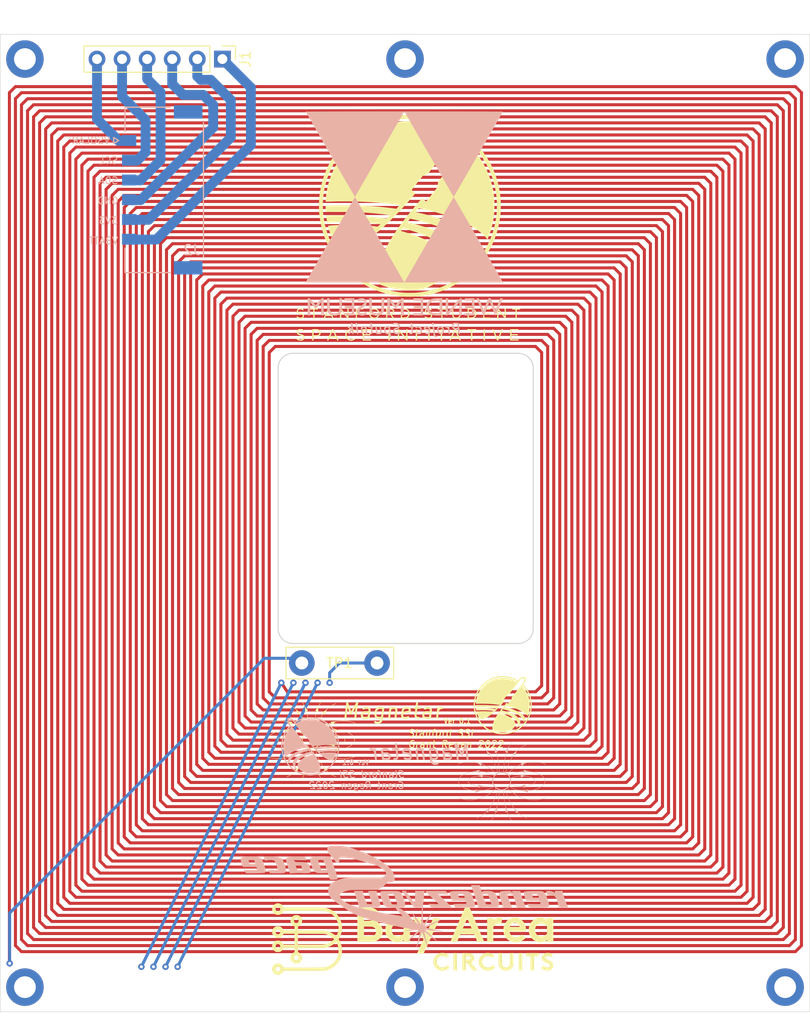
<source format=kicad_pcb>
(kicad_pcb (version 20211014) (generator pcbnew)
  (layers (0 "F.Cu" signal) (1 "In1.Cu" signal) (2 "In2.Cu" signal) (3 "In3.Cu" signal) (4 "In4.Cu" signal) (31 "B.Cu" signal) (34 "B.Paste" user) (35 "F.Paste" user) (36 "B.SilkS" user "B.Silkscreen") (37 "F.SilkS" user "F.Silkscreen") (38 "B.Mask" user) (39 "F.Mask" user) (44 "Edge.Cuts" user))
  (net 0 "")
  (net 7 "Net-(J1-Pad1)")
  (net 8 "Net-(J1-Pad2)")
  (net 9 "Net-(J1-Pad3)")
  (net 10 "Net-(J1-Pad4)")
  (net 11 "Net-(J1-Pad5)")
  (net 12 "Net-(J1-Pad6)")
  (net 15 "Coil_OUT")
  (footprint "MountingHole:MountingHole_2.2mm_M2_DIN965_Pad_TopBottom" (layer "F.Cu") (at 111.942 49.921999)
    (fp_text reference "H1" hide)
    (fp_text value "~")
    (pad "1" thru_hole circle (at 0 0) (size 2.6 2.6) (drill 2.2) (layers *.Cu *.Mask))
    (pad "1" connect circle (at 0 0) (size 3.8 3.8) (layers "F.Cu" "F.Mask"))
    (pad "1" connect circle (at 0 0) (size 3.8 3.8) (layers "B.Cu" "B.Mask"))
  )
  (footprint "panels:logo_magnet_1" (layer "F.Cu") (at 140.95 118.87)
    (fp_text reference "REF**" hide)
    (fp_text value "logo_magnet_1" hide)
  )
  (footprint "Connector_PinHeader_2.54mm:PinHeader_1x06_P2.54mm_Vertical" (layer "F.Cu") (at 131.942 49.921999 -90)
    (fp_text reference "J1" (at 0 -2.33 90) (layer "F.SilkS"))
    (fp_text value "Through_Hole_1")
    (pad "1" thru_hole rect (at 0 0 270) (size 1.7 1.7) (drill 1) (layers *.Cu *.Mask) (net 7 "Net-(J1-Pad1)"))
    (pad "2" thru_hole oval (at 0 2.54 270) (size 1.7 1.7) (drill 1) (layers *.Cu *.Mask) (net 8 "Net-(J1-Pad2)"))
    (pad "3" thru_hole oval (at 0 5.08 270) (size 1.7 1.7) (drill 1) (layers *.Cu *.Mask) (net 9 "Net-(J1-Pad3)"))
    (pad "4" thru_hole oval (at 0 7.62 270) (size 1.7 1.7) (drill 1) (layers *.Cu *.Mask) (net 10 "Net-(J1-Pad4)"))
    (pad "5" thru_hole oval (at 0 10.16 270) (size 1.7 1.7) (drill 1) (layers *.Cu *.Mask) (net 11 "Net-(J1-Pad5)"))
    (pad "6" thru_hole oval (at 0 12.7 270) (size 1.7 1.7) (drill 1) (layers *.Cu *.Mask) (net 12 "Net-(J1-Pad6)"))
  )
  (footprint "panels:logo_SSI" (layer "F.Cu") (at 151.15 65.47)
    (fp_text reference "REF**" hide)
    (fp_text value "logo_SSI" hide)
  )
  (footprint "panels:BAC_logo" (layer "F.Cu") (at 151.45 138.64)
    (fp_text reference "REF**" hide)
    (fp_text value "BAC_logo" hide)
  )
  (footprint "MountingHole:MountingHole_2.2mm_M2_DIN965_Pad_TopBottom" (layer "F.Cu") (at 150.442 143.921999)
    (fp_text reference "H5" hide)
    (fp_text value "~")
    (pad "1" thru_hole circle (at 0 0) (size 2.6 2.6) (drill 2.2) (layers *.Cu *.Mask))
    (pad "1" connect circle (at 0 0) (size 3.8 3.8) (layers "B.Cu" "B.Mask"))
    (pad "1" connect circle (at 0 0) (size 3.8 3.8) (layers "F.Cu" "F.Mask"))
  )
  (footprint "MountingHole:MountingHole_2.2mm_M2_DIN965_Pad_TopBottom" (layer "F.Cu") (at 111.942 143.921999)
    (fp_text reference "H4" hide)
    (fp_text value "~")
    (pad "1" connect circle (at 0 0) (size 3.8 3.8) (layers "B.Cu" "B.Mask"))
    (pad "1" connect circle (at 0 0) (size 3.8 3.8) (layers "F.Cu" "F.Mask"))
    (pad "1" thru_hole circle (at 0 0) (size 2.6 2.6) (drill 2.2) (layers *.Cu *.Mask))
  )
  (footprint "panels:TestPointConnection" (layer "F.Cu") (at 143.806 111.592)
    (fp_text reference "TP1" (at 0 -0.5 unlocked) (layer "F.SilkS"))
    (fp_text value "Start/End of Coil Series" hide)
    (pad "1" thru_hole circle (at -3.82 -0.5) (size 2.6 2.6) (drill 1.3) (layers *.Cu *.Mask) (net 15 "Coil_OUT"))
    (pad "2" thru_hole circle (at 3.8 -0.5) (size 2.6 2.6) (drill 1.3) (layers *.Cu *.Mask) (net 15 "Coil_OUT"))
  )
  (footprint "MountingHole:MountingHole_2.2mm_M2_DIN965_Pad_TopBottom" (layer "F.Cu") (at 150.442 49.921999)
    (fp_text reference "H2" hide)
    (fp_text value "~")
    (pad "1" thru_hole circle (at 0 0) (size 2.6 2.6) (drill 2.2) (layers *.Cu *.Mask))
    (pad "1" connect circle (at 0 0) (size 3.8 3.8) (layers "F.Cu" "F.Mask"))
    (pad "1" connect circle (at 0 0) (size 3.8 3.8) (layers "B.Cu" "B.Mask"))
  )
  (footprint "panels:logo_SSI_small" (layer "F.Cu") (at 160.18 115.64)
    (fp_text reference "REF**" hide)
    (fp_text value "logo_SSI_small" hide)
  )
  (footprint "MountingHole:MountingHole_2.2mm_M2_DIN965_Pad_TopBottom" (layer "F.Cu") (at 188.942 49.921999)
    (fp_text reference "H3" hide)
    (fp_text value "~")
    (pad "1" thru_hole circle (at 0 0) (size 2.6 2.6) (drill 2.2) (layers *.Cu *.Mask))
    (pad "1" connect circle (at 0 0) (size 3.8 3.8) (layers "F.Cu" "F.Mask"))
    (pad "1" connect circle (at 0 0) (size 3.8 3.8) (layers "B.Cu" "B.Mask"))
  )
  (footprint "MountingHole:MountingHole_2.2mm_M2_DIN965_Pad_TopBottom" (layer "F.Cu") (at 188.942 143.921999)
    (fp_text reference "H6" hide)
    (fp_text value "~")
    (pad "1" thru_hole circle (at 0 0) (size 2.6 2.6) (drill 2.2) (layers *.Cu *.Mask))
    (pad "1" connect circle (at 0 0) (size 3.8 3.8) (layers "B.Cu" "B.Mask"))
    (pad "1" connect circle (at 0 0) (size 3.8 3.8) (layers "F.Cu" "F.Mask"))
  )
  (footprint "panels:logo_magnet_1" (layer "B.Cu") (at 160.228808 123.040222 180)
    (fp_text reference "REF**" hide)
    (fp_text value "logo_magnet_1" hide)
  )
  (footprint "panels:logo_Wende_Sputnik" (layer "B.Cu") (at 150.368 63.754 180)
    (fp_text reference "REF**" hide)
    (fp_text value "logo_Wende_Sputnik" hide)
    (fp_text user "Project Sputnik" (at 0 -13.5 unlocked) (layer "B.SilkS") (effects (font (thickness 0.15) italic) (justify mirror)))
  )
  (footprint "panels:MOLEX_2053380006" (layer "B.Cu") (at 126.05 63.17 90)
    (fp_text reference "J2" (at -6.096 2.794) (layer "B.SilkS") (effects (justify mirror)))
    (fp_text value "MOLEX_2053380006")
    (pad "1" smd rect locked (at 5 -3.55 90) (size 1.1 1.45) (layers "B.Cu" "B.Paste") (net 12 "Net-(J1-Pad6)"))
    (pad "2" smd rect locked (at 3 -3.55 90) (size 1.1 1.45) (layers "B.Cu" "B.Paste") (net 11 "Net-(J1-Pad5)"))
    (pad "3" smd rect locked (at 1 -3.55 90) (size 1.1 1.45) (layers "B.Cu" "B.Paste") (net 10 "Net-(J1-Pad4)"))
    (pad "4" smd rect locked (at -1 -3.55 90) (size 1.1 1.45) (layers "B.Cu" "B.Paste") (net 9 "Net-(J1-Pad3)"))
    (pad "5" smd rect locked (at -3 -3.55 90) (size 1.1 1.45) (layers "B.Cu" "B.Paste") (net 8 "Net-(J1-Pad2)"))
    (pad "6" smd rect locked (at -5 -3.55 90) (size 1.1 1.45) (layers "B.Cu" "B.Paste") (net 7 "Net-(J1-Pad1)"))
    (pad "S1" smd rect locked (at 7.895 2.425 90) (size 1.35 2.9) (layers "B.Cu" "B.Paste"))
    (pad "S2" smd rect locked (at -7.895 2.425 90) (size 1.35 2.9) (layers "B.Cu" "B.Paste"))
  )
  (footprint "panels:SLAB_logo" (layer "B.Cu") (at 150.587639 133.573096 180)
    (fp_text reference "REF**" hide)
    (fp_text value "SLAB_logo" hide)
  )
  (footprint "panels:logo_SSI_small" (layer "B.Cu") (at 140.998808 119.810222 180)
    (fp_text reference "REF**" hide)
    (fp_text value "logo_SSI_small" hide)
  )
  (gr_line (start 191.442 47.421999) (end 109.442 47.421999) (layer "Edge.Cuts") (width 0.05))
  (gr_line (start 191.442 146.421999) (end 191.442 47.421999) (layer "Edge.Cuts") (width 0.05))
  (gr_arc (start 163.424 107.613999) (mid 162.98466 108.674659) (end 161.924 109.113999) (layer "Edge.Cuts") (width 0.1))
  (gr_line (start 161.924 109.113999) (end 139.084 109.113999) (layer "Edge.Cuts") (width 0.1))
  (gr_arc (start 137.584 81.223999) (mid 138.02334 80.163339) (end 139.084 79.723999) (layer "Edge.Cuts") (width 0.1))
  (gr_line (start 139.084 79.723999) (end 161.924 79.723999) (layer "Edge.Cuts") (width 0.1))
  (gr_line (start 137.584 107.613999) (end 137.584 81.223999) (layer "Edge.Cuts") (width 0.1))
  (gr_line (start 109.442 146.421999) (end 109.442 47.421999) (layer "Edge.Cuts") (width 0.05))
  (gr_arc (start 139.084 109.113999) (mid 138.02334 108.674659) (end 137.584 107.613999) (layer "Edge.Cuts") (width 0.1))
  (gr_arc (start 161.924 79.723999) (mid 162.98466 80.163339) (end 163.424 81.223999) (layer "Edge.Cuts") (width 0.1))
  (gr_line (start 163.424 81.223999) (end 163.424 107.613999) (layer "Edge.Cuts") (width 0.1))
  (gr_line (start 109.442 146.421999) (end 191.442 146.421999) (layer "Edge.Cuts") (width 0.05))
  (gr_text "VBATT" (at 119.888 68.326) (layer "B.SilkS") (effects (font (size 0.7 0.7) (thickness 0.1)) (justify mirror)))
  (gr_text "Stanford SSI \nGrant Regen 2022" (at 150.498808 122.930222) (layer "B.SilkS") (effects (font (size 0.7 0.7) (thickness 0.1) italic) (justify left mirror)))
  (gr_text "SDA" (at 120.396 62.23) (layer "B.SilkS") (effects (font (size 0.7 0.7) (thickness 0.1)) (justify mirror)))
  (gr_text "3V3" (at 120.396 66.294) (layer "B.SilkS") (effects (font (size 0.7 0.7) (thickness 0.1)) (justify mirror)))
  (gr_text "Ver 0.1" (at 145.448808 121.150222) (layer "B.SilkS") (effects (font (size 0.5 0.5) (thickness 0.1)) (justify mirror)))
  (gr_text "SCL" (at 120.396 60.198) (layer "B.SilkS") (effects (font (size 0.7 0.7) (thickness 0.1)) (justify mirror)))
  (gr_text "GND" (at 120.346 64.262) (layer "B.SilkS") (effects (font (size 0.7 0.7) (thickness 0.1)) (justify mirror)))
  (gr_text "VSOLAR" (at 118.618 58.166) (layer "B.SilkS") (effects (font (size 0.7 0.7) (thickness 0.1)) (justify mirror)))
  (gr_text "Magnetar" (at 152.018808 120.130222) (layer "B.SilkS") (effects (font (size 1.5 1.5) (thickness 0.2) italic) (justify mirror)))
  (gr_text "Ver 0.1" (at 155.73 116.98) (layer "F.SilkS") (effects (font (size 0.5 0.5) (thickness 0.1))))
  (gr_text "Magnetar" (at 149.16 115.96) (layer "F.SilkS") (effects (font (size 1.5 1.5) (thickness 0.2) italic)))
  (gr_text "Stanford SSI \nGrant Regen 2022" (at 150.68 118.76) (layer "F.SilkS") (effects (font (size 0.7 0.7) (thickness 0.1) italic) (justify left)))
  (segment (start 122.638 68.201999) (end 125.252 68.201999) (width 1) (layer "B.Cu") (net 7))
  (segment (start 134.824 52.803999) (end 131.942 49.921999) (width 1) (layer "B.Cu") (net 7))
  (segment (start 125.252 68.201999) (end 134.824 58.629999) (width 1) (layer "B.Cu") (net 7))
  (segment (start 134.824 58.629999) (end 134.824 52.803999) (width 1) (layer "B.Cu") (net 7))
  (segment (start 132.792 54.057999) (end 130.76 52.025999) (width 1) (layer "B.Cu") (net 8))
  (segment (start 130.76 52.025999) (end 129.744 52.025999) (width 1) (layer "B.Cu") (net 8))
  (segment (start 122.638 66.201999) (end 124.458 66.201999) (width 1) (layer "B.Cu") (net 8))
  (segment (start 124.458 66.201999) (end 132.792 57.867999) (width 1) (layer "B.Cu") (net 8))
  (segment (start 129.744 52.025999) (end 129.402 51.683999) (width 1) (layer "B.Cu") (net 8))
  (segment (start 129.402 51.683999) (end 129.402 49.921999) (width 1) (layer "B.Cu") (net 8))
  (segment (start 132.792 57.867999) (end 132.792 54.057999) (width 1) (layer "B.Cu") (net 8))
  (segment (start 122.638 64.201999) (end 123.664 64.201999) (width 1) (layer "B.Cu") (net 9))
  (segment (start 126.862 52.445999) (end 126.862 49.921999) (width 1) (layer "B.Cu") (net 9))
  (segment (start 127.966 53.549999) (end 126.862 52.445999) (width 1) (layer "B.Cu") (net 9))
  (segment (start 123.664 64.201999) (end 131.014 56.851999) (width 1) (layer "B.Cu") (net 9))
  (segment (start 129.998 53.549999) (end 127.966 53.549999) (width 1) (layer "B.Cu") (net 9))
  (segment (start 131.014 54.565999) (end 129.998 53.549999) (width 1) (layer "B.Cu") (net 9))
  (segment (start 131.014 56.851999) (end 131.014 54.565999) (width 1) (layer "B.Cu") (net 9))
  (segment (start 125.68 53.295999) (end 124.322 51.937999) (width 1) (layer "B.Cu") (net 10))
  (segment (start 124.322 51.937999) (end 124.322 49.921999) (width 1) (layer "B.Cu") (net 10))
  (segment (start 125.68 60.153999) (end 125.68 53.295999) (width 1) (layer "B.Cu") (net 10))
  (segment (start 123.632 62.201999) (end 125.68 60.153999) (width 1) (layer "B.Cu") (net 10))
  (segment (start 122.638 62.201999) (end 123.632 62.201999) (width 1) (layer "B.Cu") (net 10))
  (segment (start 124.156 59.358021) (end 124.156 56.089999) (width 1) (layer "B.Cu") (net 11))
  (segment (start 122.638 60.201999) (end 123.312022 60.201999) (width 1) (layer "B.Cu") (net 11))
  (segment (start 121.782 53.715999) (end 121.782 49.921999) (width 1) (layer "B.Cu") (net 11))
  (segment (start 123.312022 60.201999) (end 124.156 59.358021) (width 1) (layer "B.Cu") (net 11))
  (segment (start 124.156 56.089999) (end 121.782 53.715999) (width 1) (layer "B.Cu") (net 11))
  (segment (start 121.442 58.201999) (end 119.242 56.001999) (width 1) (layer "B.Cu") (net 12))
  (segment (start 119.242 56.001999) (end 119.242 49.921999) (width 1) (layer "B.Cu") (net 12))
  (segment (start 122.638 58.201999) (end 121.442 58.201999) (width 1) (layer "B.Cu") (net 12))
  (segment (start 176.518 126.862) (end 125.058 126.862) (width 0.306) (layer "F.Cu") (net 15))
  (segment (start 188.146 54.55) (end 188.758 55.162) (width 0.306) (layer "F.Cu") (net 15))
  (segment (start 167.338 117.682) (end 134.238 117.682) (width 0.306) (layer "F.Cu") (net 15))
  (segment (start 175.905999 68.013999) (end 175.905999 125.026) (width 0.306) (layer "F.Cu") (net 15))
  (segment (start 121.998 64.954) (end 122.61 64.342) (width 0.306) (layer "F.Cu") (net 15))
  (segment (start 186.31 136.653999) (end 115.266 136.653999) (width 0.306) (layer "F.Cu") (net 15))
  (segment (start 167.338 76.582) (end 167.338 116.458) (width 0.306) (layer "F.Cu") (net 15))
  (segment (start 174.07 124.414) (end 127.506 124.414) (width 0.306) (layer "F.Cu") (net 15))
  (segment (start 183.25 60.67) (end 183.25 132.369999) (width 0.306) (layer "F.Cu") (net 15))
  (segment (start 129.954 72.91) (end 129.954 120.742) (width 0.306) (layer "F.Cu") (net 15))
  (segment (start 121.386 64.342) (end 121.998 63.73) (width 0.306) (layer "F.Cu") (net 15))
  (segment (start 110.982 53.938) (end 111.594 53.326) (width 0.306) (layer "F.Cu") (net 15))
  (segment (start 187.534 55.162) (end 188.146 55.774) (width 0.306) (layer "F.Cu") (net 15))
  (segment (start 181.414 131.757999) (end 120.162 131.757999) (width 0.306) (layer "F.Cu") (net 15))
  (segment (start 165.501999 78.418) (end 165.501999 114.622) (width 0.306) (layer "F.Cu") (net 15))
  (segment (start 170.398 72.298) (end 171.01 72.91) (width 0.306) (layer "F.Cu") (net 15))
  (segment (start 163.666 79.03) (end 164.278 79.642) (width 0.306) (layer "F.Cu") (net 15))
  (segment (start 122.61 65.566) (end 122.61 128.086) (width 0.306) (layer "F.Cu") (net 15))
  (segment (start 176.518 67.401999) (end 176.518 125.638) (width 0.306) (layer "F.Cu") (net 15))
  (segment (start 186.31 56.386) (end 186.922 56.998) (width 0.306) (layer "F.Cu") (net 15))
  (segment (start 133.626 76.582) (end 133.626 117.07) (width 0.306) (layer "F.Cu") (net 15))
  (segment (start 136.073999 79.03) (end 136.685999 78.418) (width 0.306) (layer "F.Cu") (net 15))
  (segment (start 136.073999 77.806) (end 164.89 77.806) (width 0.306) (layer "F.Cu") (net 15))
  (segment (start 169.174 119.518) (end 132.402 119.518) (width 0.306) (layer "F.Cu") (net 15))
  (segment (start 188.758 55.162) (end 188.758 137.878) (width 0.306) (layer "F.Cu") (net 15))
  (segment (start 133.014 75.969999) (end 133.014 117.682) (width 0.306) (layer "F.Cu") (net 15))
  (segment (start 164.89 114.01) (end 164.278 114.622) (width 0.306) (layer "F.Cu") (net 15))
  (segment (start 189.982 53.938) (end 189.982 139.101999) (width 0.306) (layer "F.Cu") (net 15))
  (segment (start 115.878 136.041999) (end 115.266 135.429999) (width 0.306) (layer "F.Cu") (net 15))
  (segment (start 112.206 55.162) (end 112.206 138.49) (width 0.306) (layer "F.Cu") (net 15))
  (segment (start 118.938 61.894) (end 119.549999 61.282) (width 0.306) (layer "F.Cu") (net 15))
  (segment (start 119.55 132.369999) (end 118.938 131.757999) (width 0.306) (layer "F.Cu") (net 15))
  (segment (start 133.626 75.358) (end 167.338 75.358) (width 0.306) (layer "F.Cu") (net 15))
  (segment (start 131.178 120.742) (end 130.566 120.13) (width 0.306) (layer "F.Cu") (net 15))
  (segment (start 180.802 129.922) (end 180.19 130.534) (width 0.306) (layer "F.Cu") (net 15))
  (segment (start 125.058 68.013999) (end 125.058 125.638) (width 0.306) (layer "F.Cu") (net 15))
  (segment (start 187.534 136.653999) (end 186.922 137.265999) (width 0.306) (layer "F.Cu") (net 15))
  (segment (start 173.458 123.802) (end 128.118 123.802) (width 0.306) (layer "F.Cu") (net 15))
  (segment (start 186.922 56.998) (end 186.922 136.041999) (width 0.306) (layer "F.Cu") (net 15))
  (segment (start 118.938 132.981999) (end 118.326 132.369999) (width 0.306) (layer "F.Cu") (net 15))
  (segment (start 130.566 73.522) (end 131.178 72.91) (width 0.306) (layer "F.Cu") (net 15))
  (segment (start 186.922 137.265999) (end 114.654 137.265999) (width 0.306) (layer "F.Cu") (net 15))
  (segment (start 167.338 75.358) (end 167.95 75.969999) (width 0.306) (layer "F.Cu") (net 15))
  (segment (start 129.954 71.686) (end 171.01 71.686) (width 0.306) (layer "F.Cu") (net 15))
  (segment (start 118.326 60.058) (end 182.638 60.058) (width 0.306) (layer "F.Cu") (net 15))
  (segment (start 134.238 117.682) (end 133.626 117.07) (width 0.306) (layer "F.Cu") (net 15))
  (segment (start 173.458 122.578) (end 172.846 123.19) (width 0.306) (layer "F.Cu") (net 15))
  (segment (start 118.326 61.282) (end 118.326 132.37) (width 0.306) (layer "F.Cu") (net 15))
  (segment (start 164.89 115.234) (end 136.686 115.234) (width 0.306) (layer "F.Cu") (net 15))
  (segment (start 124.446 66.178) (end 176.518 66.178) (width 0.306) (layer "F.Cu") (net 15))
  (segment (start 134.238 75.97) (end 166.726 75.97) (width 0.306) (layer "F.Cu") (net 15))
  (segment (start 117.102 134.817999) (end 116.49 134.205999) (width 0.306) (layer "F.Cu") (net 15))
  (segment (start 112.818 55.774) (end 112.818 137.878) (width 0.306) (layer "F.Cu") (net 15))
  (segment (start 169.786 72.91) (end 170.398 73.522) (width 0.306) (layer "F.Cu") (net 15))
  (segment (start 166.114 116.458) (end 135.462 116.458) (width 0.306) (layer "F.Cu") (net 15))
  (segment (start 134.85 77.805999) (end 134.85 115.846) (width 0.306) (layer "F.Cu") (net 15))
  (segment (start 129.954 72.91) (end 130.566 72.298) (width 0.306) (layer "F.Cu") (net 15))
  (segment (start 173.458 70.462) (end 173.458 122.578) (width 0.306) (layer "F.Cu") (net 15))
  (segment (start 129.342 72.298) (end 129.954 71.686) (width 0.306) (layer "F.Cu") (net 15))
  (segment (start 175.906 126.25) (end 125.67 126.25) (width 0.306) (layer "F.Cu") (net 15))
  (segment (start 177.742 64.954) (end 178.354 65.566) (width 0.306) (layer "F.Cu") (net 15))
  (segment (start 127.506 124.414) (end 126.894 123.802) (width 0.306) (layer "F.Cu") (net 15))
  (segment (start 185.085999 58.834) (end 185.085999 134.205999) (width 0.306) (layer "F.Cu") (net 15))
  (segment (start 120.774 63.73) (end 120.774 129.922) (width 0.306) (layer "F.Cu") (net 15))
  (segment (start 133.013999 74.746) (end 167.95 74.746) (width 0.306) (layer "F.Cu") (net 15))
  (segment (start 183.862 134.205999) (end 117.714 134.205999) (width 0.306) (layer "F.Cu") (net 15))
  (segment (start 167.95 75.969999) (end 167.95 117.07) (width 0.306) (layer "F.Cu") (net 15))
  (segment (start 113.43 56.386) (end 114.042 55.774) (width 0.306) (layer "F.Cu") (net 15))
  (segment (start 188.757999 53.938) (end 189.369999 54.55) (width 0.306) (layer "F.Cu") (net 15))
  (segment (start 117.714 134.205999) (end 117.102 133.593999) (width 0.306) (layer "F.Cu") (net 15))
  (segment (start 121.386 130.534) (end 120.774 129.922) (width 0.306) (layer "F.Cu") (net 15))
  (segment (start 115.878 58.834) (end 116.489999 58.222) (width 0.306) (layer "F.Cu") (net 15))
  (segment (start 177.13 127.474) (end 124.446 127.474) (width 0.306) (layer "F.Cu") (net 15))
  (segment (start 180.19 130.534) (end 121.386 130.534) (width 0.306) (layer "F.Cu") (net 15))
  (segment (start 126.282 69.237999) (end 126.894 68.626) (width 0.306) (layer "F.Cu") (net 15))
  (segment (start 180.19 63.73) (end 180.19 129.31) (width 0.306) (layer "F.Cu") (net 15))
  (segment (start 123.834 66.79) (end 124.446 66.178) (width 0.306) (layer "F.Cu") (net 15))
  (segment (start 133.014 75.969999) (end 133.626 75.358) (width 0.306) (layer "F.Cu") (net 15))
  (segment (start 123.834 66.79) (end 123.834 126.862) (width 0.306) (layer "F.Cu") (net 15))
  (segment (start 171.01 72.91) (end 171.01 120.13) (width 0.306) (layer "F.Cu") (net 15))
  (segment (start 185.698 58.222) (end 185.698 134.817999) (width 0.306) (layer "F.Cu") (net 15))
  (segment (start 165.502 77.194) (end 166.114 77.805999) (width 0.306) (layer "F.Cu") (net 15))
  (segment (start 127.506 70.462) (end 127.506 123.19) (width 0.306) (layer "F.Cu") (net 15))
  (segment (start 179.578 129.922) (end 121.998 129.922) (width 0.306) (layer "F.Cu") (net 15))
  (segment (start 183.25 133.593999) (end 118.326 133.593999) (width 0.306) (layer "F.Cu") (net 15))
  (segment (start 131.79 74.745999) (end 132.402 74.134) (width 0.306) (layer "F.Cu") (net 15))
  (segment (start 175.906 66.79) (end 176.518 67.401999) (width 0.306) (layer "F.Cu") (net 15))
  (segment (start 166.726 75.97) (end 167.338 76.582) (width 0.306) (layer "F.Cu") (net 15))
  (segment (start 125.058 68.013999) (end 125.67 67.401999) (width 0.306) (layer "F.Cu") (net 15))
  (segment (start 166.114 76.582) (end 166.726 77.194) (width 0.306) (layer "F.Cu") (net 15))
  (segment (start 186.31 57.61) (end 186.31 135.429999) (width 0.306) (layer "F.Cu") (net 15))
  (segment (start 172.234 70.462) (end 172.846 71.073999) (width 0.306) (layer "F.Cu") (net 15))
  (segment (start 186.922 55.774) (end 187.534 56.386) (width 0.306) (layer "F.Cu") (net 15))
  (segment (start 120.774 63.73) (end 121.386 63.118) (width 0.306) (layer "F.Cu") (net 15))
  (segment (start 183.862 132.981999) (end 183.25 133.593999) (width 0.306) (layer "F.Cu") (net 15))
  (segment (start 123.221999 64.954) (end 177.742 64.954) (width 0.306) (layer "F.Cu") (net 15))
  (segment (start 165.501999 114.622) (end 164.89 115.234) (width 0.306) (layer "F.Cu") (net 15))
  (segment (start 184.474 59.446) (end 184.474 133.593999) (width 0.306) (layer "F.Cu") (net 15))
  (segment (start 184.474 133.593999) (end 183.862 134.205999) (width 0.306) (layer "F.Cu") (net 15))
  (segment (start 120.774 131.146) (end 120.162 130.534) (width 0.306) (layer "F.Cu") (net 15))
  (segment (start 169.174 73.522) (end 169.786 74.134) (width 0.306) (layer "F.Cu") (net 15))
  (segment (start 132.402 74.134) (end 168.562 74.134) (width 0.306) (layer "F.Cu") (net 15))
  (segment (start 181.414 62.506) (end 181.414 130.534) (width 0.306) (layer "F.Cu") (net 15))
  (segment (start 185.698 136.041999) (end 115.878 136.041999) (width 0.306) (layer "F.Cu") (net 15))
  (segment (start 170.398 119.518) (end 169.786 120.13) (width 0.306) (layer "F.Cu") (net 15))
  (segment (start 175.293999 68.626) (end 175.293999 124.414) (width 0.306) (layer "F.Cu") (net 15))
  (segment (start 174.682 69.237999) (end 174.682 123.802) (width 0.306) (layer "F.Cu") (net 15))
  (segment (start 114.042 56.998) (end 114.654 56.386) (width 0.306) (layer "F.Cu") (net 15))
  (segment (start 180.802 131.146) (end 120.774 131.146) (width 0.306) (layer "F.Cu") (net 15))
  (segment (start 133.626 118.294) (end 133.014 117.682) (width 0.306) (layer "F.Cu") (net 15))
  (segment (start 126.894 125.026) (end 126.282 124.414) (width 0.306) (layer "F.Cu") (net 15))
  (segment (start 184.474 134.817999) (end 117.102 134.817999) (width 0.306) (layer "F.Cu") (net 15))
  (segment (start 174.682 123.802) (end 174.07 124.414) (width 0.306) (layer "F.Cu") (net 15))
  (segment (start 190.594 139.713999) (end 189.982 140.325999) (width 0.306) (layer "F.Cu") (net 15))
  (segment (start 130.566 72.298) (end 170.398 72.298) (width 0.306) (layer "F.Cu") (net 15))
  (segment (start 118.938 60.67) (end 182.026 60.67) (width 0.306) (layer "F.Cu") (net 15))
  (segment (start 116.49 135.429999) (end 115.878 134.817999) (width 0.306) (layer "F.Cu") (net 15))
  (segment (start 127.506 69.238) (end 173.458 69.238) (width 0.306) (layer "F.Cu") (net 15))
  (segment (start 174.07 123.19) (end 173.458 123.802) (width 0.306) (layer "F.Cu") (net 15))
  (segment (start 189.982 139.101999) (end 189.37 139.713999) (width 0.306) (layer "F.Cu") (net 15))
  (segment (start 118.326 133.593999) (end 117.714 132.981999) (width 0.306) (layer "F.Cu") (net 15))
  (segment (start 174.682 125.026) (end 126.894 125.026) (width 0.306) (layer "F.Cu") (net 15))
  (segment (start 117.714 60.67) (end 117.714 132.982) (width 0.306) (layer "F.Cu") (net 15))
  (segment (start 188.146 138.49) (end 113.43 138.49) (width 0.306) (layer "F.Cu") (net 15))
  (segment (start 182.638 61.282) (end 182.638 131.757999) (width 0.306) (layer "F.Cu") (net 15))
  (segment (start 188.146 55.774) (end 188.146 137.265999) (width 0.306) (layer "F.Cu") (net 15))
  (segment (start 171.622 120.742) (end 171.01 121.354) (width 0.306) (layer "F.Cu") (net 15))
  (segment (start 125.058 66.79) (end 175.906 66.79) (width 0.306) (layer "F.Cu") (net 15))
  (segment (start 114.654 137.265999) (end 114.042 136.653999) (width 0.306) (layer "F.Cu") (net 15))
  (segment (start 166.114 115.234) (end 165.502 115.846) (width 0.306) (layer "F.Cu") (net 15))
  (segment (start 178.965999 64.954) (end 178.965999 128.086) (width 0.306) (layer "F.Cu") (net 15))
  (segment (start 178.354 64.342) (end 178.965999 64.954) (width 0.306) (layer "F.Cu") (net 15))
  (segment (start 166.726 115.846) (end 166.114 116.458) (width 0.306) (layer "F.Cu") (net 15))
  (segment (start 115.266 58.222) (end 115.878 57.61) (width 0.306) (layer "F.Cu") (net 15))
  (segment (start 177.13 65.566) (end 177.742 66.178) (width 0.306) (layer "F.Cu") (net 15))
  (segment (start 177.13 66.79) (end 177.13 126.25) (width 0.306) (layer "F.Cu") (net 15))
  (segment (start 166.114 77.805999) (end 166.114 115.234) (width 0.306) (layer "F.Cu") (net 15))
  (segment (start 134.238 77.194) (end 134.238 116.458) (width 0.306) (layer "F.Cu") (net 15))
  (segment (start 172.846 69.85) (end 173.458 70.462) (width 0.306) (layer "F.Cu") (net 15))
  (segment (start 121.998 63.73) (end 178.966 63.73) (width 0.306) (layer "F.Cu") (net 15))
  (segment (start 123.222 128.698) (end 122.61 128.086) (width 0.306) (layer "F.Cu") (net 15))
  (segment (start 175.293999 125.638) (end 126.282 125.638) (width 0.306) (layer "F.Cu") (net 15))
  (segment (start 112.818 55.774) (end 113.43 55.162) (width 0.306) (layer "F.Cu") (net 15))
  (segment (start 126.281999 68.014) (end 174.682 68.014) (width 0.306) (layer "F.Cu") (net 15))
  (segment (start 111.594 53.326) (end 189.37 53.326) (width 0.306) (layer "F.Cu") (net 15))
  (segment (start 118.938 61.894) (end 118.938 131.757999) (width 0.306) (layer "F.Cu") (net 15))
  (segment (start 164.278 78.418) (end 164.89 79.03) (width 0.306) (layer "F.Cu") (net 15))
  (segment (start 119.549999 61.282) (end 181.414 61.282) (width 0.306) (layer "F.Cu") (net 15))
  (segment (start 123.222 66.178) (end 123.222 127.474) (width 0.306) (layer "F.Cu") (net 15))
  (segment (start 113.43 55.162) (end 187.534 55.162) (width 0.306) (layer "F.Cu") (net 15))
  (segment (start 112.817999 54.55) (end 188.146 54.55) (width 0.306) (layer "F.Cu") (net 15))
  (segment (start 186.31 135.429999) (end 185.698 136.041999) (width 0.306) (layer "F.Cu") (net 15))
  (segment (start 179.578 128.698) (end 178.966 129.31) (width 0.306) (layer "F.Cu") (net 15))
  (segment (start 114.654 57.61) (end 115.266 56.998) (width 0.306) (layer "F.Cu") (net 15))
  (segment (start 178.354 65.566) (end 178.354 127.474) (width 0.306) (layer "F.Cu") (net 15))
  (segment (start 123.222 66.178) (end 123.834 65.566) (width 0.306) (layer "F.Cu") (net 15))
  (segment (start 114.042 56.998) (end 114.042 136.654) (width 0.306) (layer "F.Cu") (net 15))
  (segment (start 123.834 128.086) (end 123.222 127.474) (width 0.306) (layer "F.Cu") (net 15))
  (segment (start 182.638 60.058) (end 183.25 60.67) (width 0.306) (layer "F.Cu") (net 15))
  (segment (start 131.79 73.522) (end 169.174 73.522) (width 0.306) (layer "F.Cu") (net 15))
  (segment (start 168.561999 117.682) (end 167.95 118.294) (width 0.306) (layer "F.Cu") (net 15))
  (segment (start 110.37 53.326) (end 110.982 52.714) (width 0.306) (layer "F.Cu") (net 15))
  (segment (start 126.894 68.626) (end 174.07 68.626) (width 0.306) (layer "F.Cu") (net 15))
  (segment (start 120.162 61.894) (end 180.802 61.894) (width 0.306) (layer "F.Cu") (net 15))
  (segment (start 117.102 60.058) (end 117.102 133.594) (width 0.306) (layer "F.Cu") (net 15))
  (segment (start 164.89 77.806) (end 165.501999 78.418) (width 0.306) (layer "F.Cu") (net 15))
  (segment (start 114.042 55.774) (end 186.922 55.774) (width 0.306) (layer "F.Cu") (net 15))
  (segment (start 166.726 117.07) (end 134.85 117.07) (width 0.306) (layer "F.Cu") (net 15))
  (segment (start 117.102 60.058) (end 117.714 59.446) (width 0.306) (layer "F.Cu") (net 15))
  (segment (start 180.802 61.894) (end 181.414 62.506) (width 0.306) (layer "F.Cu") (net 15))
  (segment (start 128.118 69.85) (end 172.846 69.85) (width 0.306) (layer "F.Cu") (net 15))
  (segment (start 164.89 79.03) (end 164.89 114.01) (width 0.306) (layer "F.Cu") (net 15))
  (segment (start 136.686 79.642) (end 137.298 79.03) (width 0.306) (layer "F.Cu") (net 15))
  (segment (start 121.998 129.922) (end 121.386 129.31) (width 0.306) (layer "F.Cu") (net 15))
  (segment (start 121.998 64.954) (end 121.998 128.698) (width 0.306) (layer "F.Cu") (net 15))
  (segment (start 185.698 134.817999) (end 185.086 135.429999) (width 0.306) (layer "F.Cu") (net 15))
  (segment (start 136.074 115.846) (end 135.462 115.234) (width 0.306) (layer "F.Cu") (net 15))
  (segment (start 169.174 74.745999) (end 169.174 118.294) (width 0.306) (layer "F.Cu") (net 15))
  (segment (start 171.622 72.298) (end 171.622 120.742) (width 0.306) (layer "F.Cu") (net 15))
  (segment (start 115.878 57.61) (end 185.086 57.61) (width 0.306) (layer "F.Cu") (net 15))
  (segment (start 131.178 72.91) (end 169.786 72.91) (width 0.306) (layer "F.Cu") (net 15))
  (segment (start 171.01 121.354) (end 130.566 121.354) (width 0.306) (layer "F.Cu") (net 15))
  (segment (start 113.43 56.386) (end 113.43 137.266) (width 0.306) (layer "F.Cu") (net 15))
  (segment (start 128.73 71.686) (end 129.342 71.074) (width 0.306) (layer "F.Cu") (net 15))
  (segment (start 125.67 68.626) (end 125.67 125.026) (width 0.306) (layer "F.Cu") (net 15))
  (segment (start 168.562 74.134) (end 169.174 74.745999) (width 0.306) (layer "F.Cu") (net 15))
  (segment (start 137.298 114.622) (end 136.686 114.01) (width 0.306) (layer "F.Cu") (net 15))
  (segment (start 121.386 64.342) (end 121.386 129.31) (width 0.306) (layer "F.Cu") (net 15))
  (segment (start 135.462 77.194) (end 165.502 77.194) (width 0.306) (layer "F.Cu") (net 15))
  (segment (start 112.206 55.162) (end 112.817999 54.55) (width 0.306) (layer "F.Cu") (net 15))
  (segment (start 114.654 57.61) (end 114.654 136.042) (width 0.306) (layer "F.Cu") (net 15))
  (segment (start 171.622 121.966) (end 129.954 121.966) (width 0.306) (layer "F.Cu") (net 15))
  (segment (start 184.474 58.222) (end 185.085999 58.834) (width 0.306) (layer "F.Cu") (net 15))
  (segment (start 126.894 69.85) (end 127.506 69.238) (width 0.306) (layer "F.Cu") (net 15))
  (segment (start 172.233999 71.686) (end 172.233999 121.354) (width 0.306) (layer "F.Cu") (net 15))
  (segment (start 116.489999 58.222) (end 184.474 58.222) (width 0.306) (layer "F.Cu") (net 15))
  (segment (start 119.55 62.506) (end 120.162 61.894) (width 0.306) (layer "F.Cu") (net 15))
  (segment (start 126.282 125.638) (end 125.67 125.026) (width 0.306) (layer "F.Cu") (net 15))
  (segment (start 132.402 75.358) (end 133.013999 74.746) (width 0.306) (layer "F.Cu") (net 15))
  (segment (start 128.118 71.073999) (end 128.73 70.462) (width 0.306) (layer "F.Cu") (net 15))
  (segment (start 111.594 54.55) (end 111.594 139.102) (width 0.306) (layer "F.Cu") (net 15))
  (segment (start 115.266 136.653999) (end 114.654 136.041999) (width 0.306) (layer "F.Cu") (net 15))
  (segment (start 188.758 137.878) (end 188.146 138.49) (width 0.306) (layer "F.Cu") (net 15))
  (segment (start 113.43 138.49) (end 112.818 137.878) (width 0.306) (layer "F.Cu") (net 15))
  (segment (start 126.282 69.237999) (end 126.282 124.414) (width 0.306) (layer "F.Cu") (net 15))
  (segment (start 179.578 63.118) (end 180.19 63.73) (width 0.306) (layer "F.Cu") (net 15))
  (segment (start 166.726 77.194) (end 166.726 115.846) (width 0.306) (layer "F.Cu") (net 15))
  (segment (start 189.982 52.714) (end 190.594 53.326) (width 0.306) (layer "F.Cu") (net 15))
  (segment (start 129.342 72.298) (end 129.342 121.354) (width 0.306) (layer "F.Cu") (net 15))
  (segment (start 171.622 71.074) (end 172.233999 71.686) (width 0.306) (layer "F.Cu") (net 15))
  (segment (start 183.25 132.369999) (end 182.638 132.981999) (width 0.306) (layer "F.Cu") (net 15))
  (segment (start 134.85 117.07) (end 134.238 116.458) (width 0.306) (layer "F.Cu") (net 15))
  (segment (start 116.49 59.446) (end 117.102 58.834) (width 0.306) (layer "F.Cu") (net 15))
  (segment (start 188.146 137.265999) (end 187.534 137.877999) (width 0.306) (layer "F.Cu") (net 15))
  (segment (start 136.685999 78.418) (end 164.278 78.418) (width 0.306) (layer "F.Cu") (net 15))
  (segment (start 176.518 66.178) (end 177.13 66.79) (width 0.306) (layer "F.Cu") (net 15))
  (segment (start 120.162 131.757999) (end 119.55 131.145999) (width 0.306) (layer "F.Cu") (net 15))
  (segment (start 175.293999 67.401999) (end 175.905999 68.013999) (width 0.306) (layer "F.Cu") (net 15))
  (segment (start 164.278 79.642) (end 164.278 113.398) (width 0.306) (layer "F.Cu") (net 15))
  (segment (start 115.878 58.834) (end 115.878 134.817999) (width 0.306) (layer "F.Cu") (net 15))
  (segment (start 180.19 62.506) (end 180.802 63.118) (width 0.306) (layer "F.Cu") (net 15))
  (segment (start 116.49 59.446) (end 116.49 134.206) (width 0.306) (layer "F.Cu") (net 15))
  (segment (start 117.102 58.834) (end 183.862 58.834) (width 0.306) (layer "F.Cu") (net 15))
  (segment (start 189.37 53.326) (end 189.982 53.938) (width 0.306) (layer "F.Cu") (net 15))
  (segment (start 167.95 74.746) (end 168.561999 75.358) (width 0.306) (layer "F.Cu") (net 15))
  (segment (start 169.786 120.13) (end 131.79 120.13) (width 0.306) (layer "F.Cu") (net 15))
  (segment (start 124.446 67.401999) (end 125.058 66.79) (width 0.306) (layer "F.Cu") (net 15))
  (segment (start 111.594 54.55) (end 112.206 53.938) (width 0.306) (layer "F.Cu") (net 15))
  (segment (start 110.982 53.938) (end 110.982 139.714) (width 0.306) (layer "F.Cu") (net 15))
  (segment (start 178.966 63.73) (end 179.578 64.342) (width 0.306) (layer "F.Cu") (net 15))
  (segment (start 172.234 122.578) (end 129.342 122.578) (width 0.306) (layer "F.Cu") (net 15))
  (segment (start 186.922 136.041999) (end 186.31 136.653999) (width 0.306) (layer "F.Cu") (net 15))
  (segment (start 128.73 71.686) (end 128.73 121.966) (width 0.306) (layer "F.Cu") (net 15))
  (segment (start 183.25 59.446) (end 183.862 60.058) (width 0.306) (layer "F.Cu") (net 15))
  (segment (start 127.506 70.462) (end 128.118 69.85) (width 0.306) (layer "F.Cu") (net 15))
  (segment (start 183.862 60.058) (end 183.862 132.981999) (width 0.306) (layer "F.Cu") (net 15))
  (segment (start 168.562 118.906) (end 133.014 118.906) (width 0.306) (layer "F.Cu") (net 15))
  (segment (start 180.802 63.118) (end 180.802 129.922) (width 0.306) (layer "F.Cu") (net 15))
  (segment (start 129.954 121.966) (end 129.342 121.354) (width 0.306) (layer "F.Cu") (net 15))
  (segment (start 171.01 120.13) (end 170.398 120.742) (width 0.306) (layer "F.Cu") (net 15))
  (segment (start 136.686 115.234) (end 136.074 114.622) (width 0.306) (layer "F.Cu") (net 15))
  (segment (start 110.982 52.714) (end 189.982 52.714) (width 0.306) (layer "F.Cu") (net 15))
  (segment (start 174.682 68.014) (end 175.293999 68.626) (width 0.306) (layer "F.Cu") (net 15))
  (segment (start 167.338 116.458) (end 166.726 117.07) (width 0.306) (layer "F.Cu") (net 15))
  (segment (start 134.85 77.805999) (end 135.462 77.194) (width 0.306) (layer "F.Cu") (net 15))
  (segment (start 132.402 75.358) (end 132.402 118.294) (width 0.306) (layer "F.Cu") (net 15))
  (segment (start 189.369999 54.55) (end 189.369999 138.49) (width 0.306) (layer "F.Cu") (net 15))
  (segment (start 164.278 113.398) (end 163.666 114.01) (width 0.306) (layer "F.Cu") (net 15))
  (segment (start 178.354 127.474) (end 177.742 128.086) (width 0.306) (layer "F.Cu") (net 15))
  (segment (start 182.026 60.67) (end 182.638 61.282) (width 0.306) (layer "F.Cu") (net 15))
  (segment (start 133.014 118.906) (end 132.402 118.294) (width 0.306) (layer "F.Cu") (net 15))
  (segment (start 115.266 58.222) (end 115.266 135.43) (width 0.306) (layer "F.Cu") (net 15))
  (segment (start 187.534 137.877999) (end 114.042 137.877999) (width 0.306) (layer "F.Cu") (net 15))
  (segment (start 124.446 67.401999) (end 124.446 126.25) (width 0.306) (layer "F.Cu") (net 15))
  (segment (start 120.774 62.506) (end 180.19 62.506) (width 0.306) (layer "F.Cu") (net 15))
  (segment (start 179.578 64.342) (end 179.578 128.698) (width 0.306) (layer "F.Cu") (net 15))
  (segment (start 138.522 114.01) (end 137.91 113.092) (width 0.306) (layer "F.Cu") (net 15))
  (segment (start 132.402 119.518) (end 131.79 118.906) (width 0.306) (layer "F.Cu") (net 15))
  (segment (start 114.042 137.877999) (end 113.43 137.265999) (width 0.306) (layer "F.Cu") (net 15))
  (segment (start 131.79 74.745999) (end 131.79 118.906) (width 0.306) (layer "F.Cu") (net 15))
  (segment (start 189.982 140.325999) (end 111.594 140.325999) (width 0.306) (layer "F.Cu") (net 15))
  (segment (start 185.698 56.998) (end 186.31 57.61) (width 0.306) (layer "F.Cu") (net 15))
  (segment (start 117.714 59.446) (end 183.25 59.446) (width 0.306) (layer "F.Cu") (net 15))
  (segment (start 110.37 140.326) (end 110.37 141.413999) (width 0.306) (layer "F.Cu") (net 15))
  (segment (start 134.85 76.582) (end 166.114 76.582) (width 0.306) (layer "F.Cu") (net 15))
  (segment (start 112.818 139.101999) (end 112.206 138.49) (width 0.306) (layer "F.Cu") (net 15))
  (segment (start 178.965999 128.086) (end 178.354 128.698) (width 0.306) (layer "F.Cu") (net 15))
  (segment (start 128.118 123.802) (end 127.506 123.19) (width 0.306) (layer "F.Cu") (net 15))
  (segment (start 181.414 130.534) (end 180.802 131.146) (width 0.306) (layer "F.Cu") (net 15))
  (segment (start 173.458 69.238) (end 174.07 69.85) (width 0.306) (layer "F.Cu") (net 15))
  (segment (start 120.162 63.118) (end 120.774 62.506) (width 0.306) (layer "F.Cu") (net 15))
  (segment (start 131.178 74.134) (end 131.178 119.518) (width 0.306) (layer "F.Cu") (net 15))
  (segment (start 175.905999 125.026) (end 175.293999 125.638) (width 0.306) (layer "F.Cu") (net 15))
  (segment (start 128.73 123.19) (end 128.118 122.578) (width 0.306) (layer "F.Cu") (net 15))
  (segment (start 182.638 132.981999) (end 118.938 132.981999) (width 0.306) (layer "F.Cu") (net 15))
  (segment (start 176.518 125.638) (end 175.906 126.25) (width 0.306) (layer "F.Cu") (net 15))
  (segment (start 121.386 63.118) (end 179.578 63.118) (width 0.306) (layer "F.Cu") (net 15))
  (segment (start 122.61 64.342) (end 178.354 64.342) (width 0.306) (layer "F.Cu") (net 15))
  (segment (start 130.566 121.354) (end 129.954 120.742) (width 0.306) (layer "F.Cu") (net 15))
  (segment (start 115.266 56.998) (end 185.698 56.998) (width 0.306) (layer "F.Cu") (net 15))
  (segment (start 128.73 70.462) (end 172.234 70.462) (width 0.306) (layer "F.Cu") (net 15))
  (segment (start 174.07 69.85) (end 174.07 123.19) (width 0.306) (layer "F.Cu") (net 15))
  (segment (start 169.174 118.294) (end 168.562 118.906) (width 0.306) (layer "F.Cu") (net 15))
  (segment (start 171.01 71.686) (end 171.622 72.298) (width 0.306) (layer "F.Cu") (net 15))
  (segment (start 135.462 116.458) (end 134.85 115.846) (width 0.306) (layer "F.Cu") (net 15))
  (segment (start 172.846 123.19) (end 128.73 123.19) (width 0.306) (layer "F.Cu") (net 15))
  (segment (start 185.086 135.429999) (end 116.49 135.429999) (width 0.306) (layer "F.Cu") (net 15))
  (segment (start 177.742 126.862) (end 177.13 127.474) (width 0.306) (layer "F.Cu") (net 15))
  (segment (start 122.61 65.566) (end 123.221999 64.954) (width 0.306) (layer "F.Cu") (net 15))
  (segment (start 189.37 139.713999) (end 112.206 139.713999) (width 0.306) (layer "F.Cu") (net 15))
  (segment (start 112.206 139.713999) (end 111.594 139.101999) (width 0.306) (layer "F.Cu") (net 15))
  (segment (start 111.594 140.325999) (end 110.982 139.713999) (width 0.306) (layer "F.Cu") (net 15))
  (segment (start 172.846 121.966) (end 172.234 122.578) (width 0.306) (layer "F.Cu") (net 15))
  (segment (start 172.846 71.073999) (end 172.846 121.966) (width 0.306) (layer "F.Cu") (net 15))
  (segment (start 169.786 118.906) (end 169.174 119.518) (width 0.306) (layer "F.Cu") (net 15))
  (segment (start 188.757999 139.101999) (end 112.818 139.101999) (width 0.306) (layer "F.Cu") (net 15))
  (segment (start 185.086 57.61) (end 185.698 58.222) (width 0.306) (layer "F.Cu") (net 15))
  (segment (start 177.742 128.086) (end 123.834 128.086) (width 0.306) (layer "F.Cu") (net 15))
  (segment (start 129.342 71.074) (end 171.622 71.074) (width 0.306) (layer "F.Cu") (net 15))
  (segment (start 129.342 122.578) (end 128.73 121.966) (width 0.306) (layer "F.Cu") (net 15))
  (segment (start 175.293999 124.414) (end 174.682 125.026) (width 0.306) (layer "F.Cu") (net 15))
  (segment (start 135.462 78.418) (end 136.073999 77.806) (width 0.306) (layer "F.Cu") (net 15))
  (segment (start 167.95 117.07) (end 167.338 117.682) (width 0.306) (layer "F.Cu") (net 15))
  (segment (start 167.95 118.294) (end 133.626 118.294) (width 0.306) (layer "F.Cu") (net 15))
  (segment (start 174.07 68.626) (end 174.682 69.237999) (width 0.306) (layer "F.Cu") (net 15))
  (segment (start 164.278 114.622) (end 137.298 114.622) (width 0.306) (layer "F.Cu") (net 15))
  (segment (start 172.233999 121.354) (end 171.622 121.966) (width 0.306) (layer "F.Cu") (net 15))
  (segment (start 110.37 53.326) (end 110.37 140.326) (width 0.306) (layer "F.Cu") (net 15))
  (segment (start 125.67 67.401999) (end 175.293999 67.401999) (width 0.306) (layer "F.Cu") (net 15))
  (segment (start 123.834 65.566) (end 177.13 65.566) (width 0.306) (layer "F.Cu") (net 15))
  (segment (start 131.178 74.134) (end 131.79 73.522) (width 0.306) (layer "F.Cu") (net 15))
  (segment (start 112.206 53.938) (end 188.757999 53.938) (width 0.306) (layer "F.Cu") (net 15))
  (segment (start 125.67 68.626) (end 126.281999 68.014) (width 0.306) (layer "F.Cu") (net 15))
  (segment (start 134.238 77.194) (end 134.85 76.582) (width 0.306) (layer "F.Cu") (net 15))
  (segment (start 182.026 132.369999) (end 119.55 132.369999) (width 0.306) (layer "F.Cu") (net 15))
  (segment (start 177.742 66.178) (end 177.742 126.862) (width 0.306) (layer "F.Cu") (net 15))
  (segment (start 128.118 71.073999) (end 128.118 122.578) (width 0.306) (layer "F.Cu") (net 15))
  (segment (start 182.025999 131.145999) (end 181.414 131.757999) (width 0.306) (layer "F.Cu") (net 15))
  (segment (start 187.534 56.386) (end 187.534 136.653999) (width 0.306) (layer "F.Cu") (net 15))
  (segment (start 177.13 126.25) (end 176.518 126.862) (width 0.306) (layer "F.Cu") (net 15))
  (segment (start 180.19 129.31) (end 179.578 129.922) (width 0.306) (layer "F.Cu") (net 15))
  (segment (start 133.626 76.582) (end 134.238 75.97) (width 0.306) (layer "F.Cu") (net 15))
  (segment (start 165.502 115.846) (end 136.074 115.846) (width 0.306) (layer "F.Cu") (net 15))
  (segment (start 119.55 62.506) (end 119.55 131.146) (width 0.306) (layer "F.Cu") (net 15))
  (segment (start 178.966 129.31) (end 122.61 129.31) (width 0.306) (layer "F.Cu") (net 15))
  (segment (start 130.566 73.522) (end 130.566 120.13) (width 0.306) (layer "F.Cu") (net 15))
  (segment (start 136.686 79.642) (end 136.686 114.01) (width 0.306) (layer "F.Cu") (net 15))
  (segment (start 120.162 63.118) (end 120.162 130.534) (width 0.306) (layer "F.Cu") (net 15))
  (segment (start 125.67 126.25) (end 125.058 125.638) (width 0.306) (layer "F.Cu") (net 15))
  (segment (start 122.61 129.31) (end 121.998 128.698) (width 0.306) (layer "F.Cu") (net 15))
  (segment (start 125.058 126.862) (end 124.446 126.25) (width 0.306) (layer "F.Cu") (net 15))
  (segment (start 178.354 128.698) (end 123.222 128.698) (width 0.306) (layer "F.Cu") (net 15))
  (segment (start 185.085999 134.205999) (end 184.474 134.817999) (width 0.306) (layer "F.Cu") (net 15))
  (segment (start 169.786 74.134) (end 169.786 118.906) (width 0.306) (layer "F.Cu") (net 15))
  (segment (start 118.326 61.282) (end 118.938 60.67) (width 0.306) (layer "F.Cu") (net 15))
  (segment (start 190.594 53.326) (end 190.594 139.713999) (width 0.306) (layer "F.Cu") (net 15))
  (segment (start 183.862 58.834) (end 184.474 59.446) (width 0.306) (layer "F.Cu") (net 15))
  (segment (start 126.894 69.85) (end 126.894 123.802) (width 0.306) (layer "F.Cu") (net 15))
  (segment (start 114.654 56.386) (end 186.31 56.386) (width 0.306) (layer "F.Cu") (net 15))
  (segment (start 137.298 79.03) (end 163.666 79.03) (width 0.306) (layer "F.Cu") (net 15))
  (segment (start 131.79 120.13) (end 131.178 119.518) (width 0.306) (layer "F.Cu") (net 15))
  (segment (start 181.414 61.282) (end 182.025999 61.894) (width 0.306) (layer "F.Cu") (net 15))
  (segment (start 163.666 114.01) (end 138.522 114.01) (width 0.306) (layer "F.Cu") (net 15))
  (segment (start 117.714 60.67) (end 118.326 60.058) (width 0.306) (layer "F.Cu") (net 15))
  (segment (start 135.462 78.418) (end 135.462 115.234) (width 0.306) (layer "F.Cu") (net 15))
  (segment (start 168.561999 75.358) (end 168.561999 117.682) (width 0.306) (layer "F.Cu") (net 15))
  (segment (start 170.398 73.522) (end 170.398 119.518) (width 0.306) (layer "F.Cu") (net 15))
  (segment (start 182.025999 61.894) (end 182.025999 131.145999) (width 0.306) (layer "F.Cu") (net 15))
  (segment (start 124.446 127.474) (end 123.834 126.862) (width 0.306) (layer "F.Cu") (net 15))
  (segment (start 136.073999 79.03) (end 136.073999 114.622) (width 0.306) (layer "F.Cu") (net 15))
  (segment (start 170.398 120.742) (end 131.178 120.742) (width 0.306) (layer "F.Cu") (net 15))
  (segment (start 182.638 131.757999) (end 182.026 132.369999) (width 0.306) (layer "F.Cu") (net 15))
  (segment (start 189.369999 138.49) (end 188.757999 139.101999) (width 0.306) (layer "F.Cu") (net 15))
  (via (at 126.184 141.856) (size 0.65) (drill 0.3) (layers "F.Cu" "B.Cu") (net 15))
  (via (at 127.408 141.856) (size 0.65) (drill 0.3) (layers "F.Cu" "B.Cu") (net 15))
  (via (at 123.736 141.856) (size 0.65) (drill 0.3) (layers "F.Cu" "B.Cu") (net 15))
  (via (at 140.358 113.092) (size 0.65) (drill 0.3) (layers "F.Cu" "B.Cu") (net 15))
  (via (at 124.96 141.856) (size 0.65) (drill 0.3) (layers "F.Cu" "B.Cu") (net 15))
  (via (at 137.91 113.092) (size 0.65) (drill 0.3) (layers "F.Cu" "B.Cu") (net 15))
  (via (at 139.134 113.092) (size 0.65) (drill 0.3) (layers "F.Cu" "B.Cu") (net 15))
  (via (at 142.806 113.092) (size 0.65) (drill 0.3) (layers "F.Cu" "B.Cu") (net 15))
  (via (at 110.394 141.513999) (size 0.65) (drill 0.3) (layers "F.Cu" "B.Cu") (net 15))
  (via (at 141.582 113.092) (size 0.65) (drill 0.3) (layers "F.Cu" "B.Cu") (net 15))
  (segment (start 110.394 136.413999) (end 136.194 110.613999) (width 0.306) (layer "B.Cu") (net 15))
  (segment (start 142.806 113.092) (end 142.806 112.087999) (width 0.306) (layer "B.Cu") (net 15))
  (segment (start 136.194 110.613999) (end 140.054 110.613999) (width 0.306) (layer "B.Cu") (net 15))
  (segment (start 127.408 141.856) (end 141.582 113.092) (width 0.306) (layer "B.Cu") (net 15))
  (segment (start 142.806 112.087999) (end 143.801999 111.092) (width 0.306) (layer "B.Cu") (net 15))
  (segment (start 123.736 141.856) (end 137.91 113.092) (width 0.306) (layer "B.Cu") (net 15))
  (segment (start 110.394 141.513999) (end 110.394 136.413999) (width 0.306) (layer "B.Cu") (net 15))
  (segment (start 126.184 141.856) (end 140.358 113.092) (width 0.306) (layer "B.Cu") (net 15))
  (segment (start 124.96 141.856) (end 139.134 113.092) (width 0.306) (layer "B.Cu") (net 15))
  (segment (start 143.801999 111.092) (end 147.606 111.092) (width 0.306) (layer "B.Cu") (net 15))
)
</source>
